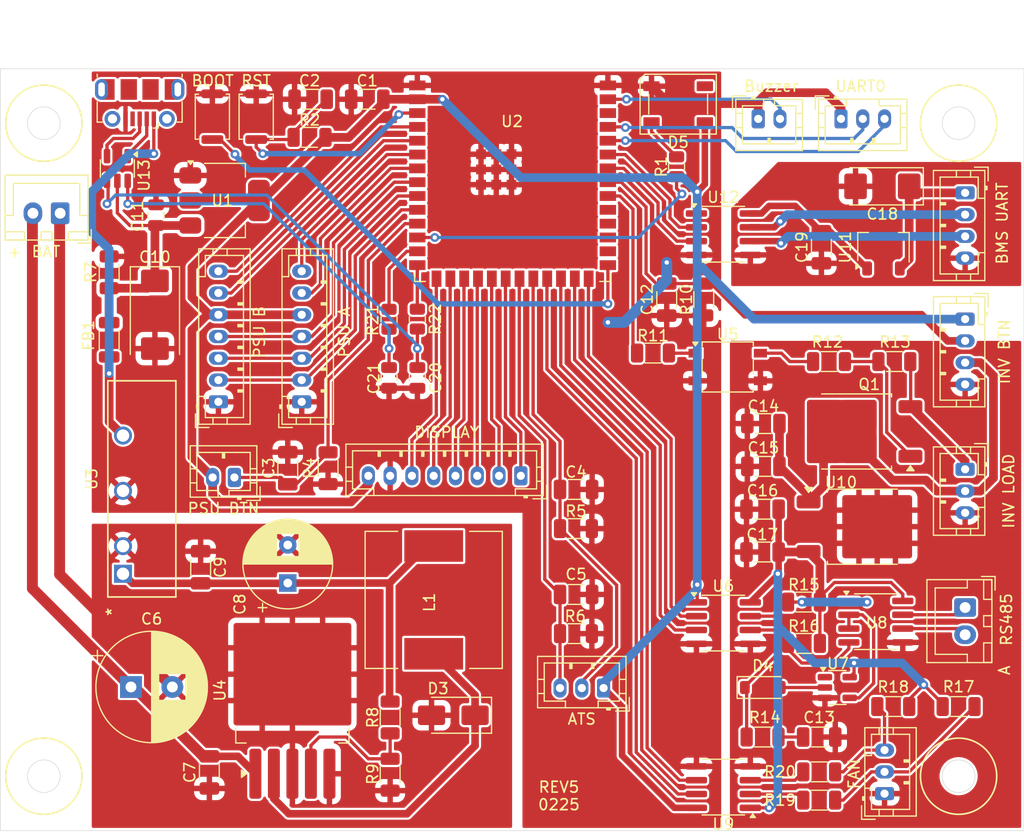
<source format=kicad_pcb>
(kicad_pcb (version 20241129) (generator "pcbnew") (generator_version "9.0")
  (layers (0 "F.Cu" signal) (2 "B.Cu" signal) (5 "F.SilkS" user "F.Silkscreen") (7 "B.SilkS" user "B.Silkscreen") (1 "F.Mask" user) (3 "B.Mask" user) (25 "Edge.Cuts" user))
  (net 0 "")
  (net 1 "GNDPWR")
  (net 2 "+12V")
  (net 3 "/Inverter/Inverter Load")
  (net 4 "GND-INV")
  (net 5 "+3.3V")
  (net 6 "+5V")
  (net 7 "GND-ESP")
  (net 8 "/Inverter/Inverter +5V")
  (net 9 "/PSU Power Gate")
  (net 10 "/Inverter Button")
  (net 11 "/AVR NO")
  (net 12 "/PSU Button")
  (net 13 "/BMS ESP TX")
  (net 14 "/BMS ESP RX")
  (net 15 "/Inverter Power Gate")
  (net 16 "/TFT SCK")
  (net 17 "/Inverter ESP RX")
  (net 18 "/Inverter ESP TX")
  (net 19 "/TFT LED")
  (net 20 "/TFT MOSI")
  (net 21 "/Buzzer")
  (net 22 "/BMS/BMS TX")
  (net 23 "GND-BMS")
  (net 24 "/BMS/BMS RX")
  (net 25 "/Inverter/Inverter Power Source")
  (net 26 "/BMS/BMS VCC")
  (net 27 "Net-(Q1-G)")
  (net 28 "/Inverter/INV FAN B TACH")
  (net 29 "BMS 5V")
  (net 30 "/PSU A TACHOMETER")
  (net 31 "/PSU A TX")
  (net 32 "/PSU B TACHOMETER")
  (net 33 "/PSU B TX")
  (net 34 "/Inverter/INV FAN A TACH")
  (net 35 "/PSU Current A")
  (net 36 "/PSU Current B")
  (net 37 "/AVR NC")
  (net 38 "/Inverter Fan B")
  (net 39 "/USB-D+")
  (net 40 "/USB-D-")
  (net 41 "/BOOT")
  (net 42 "/EN")
  (net 43 "/LED HEALTH")
  (net 44 "Net-(U3-+VIN)")
  (net 45 "Net-(D3-K)")
  (net 46 "Net-(D4-K)")
  (net 48 "Net-(J11-Pin_1)")
  (net 49 "Net-(J11-Pin_2)")
  (net 50 "Net-(U4-FB)")
  (net 51 "Net-(R11-Pad2)")
  (net 52 "Net-(R12-Pad1)")
  (net 53 "Net-(U6-VIA)")
  (net 54 "Net-(U9-VIA)")
  (net 55 "Net-(U9-VIB)")
  (net 57 "/TFT CS")
  (net 58 "/TXDO")
  (net 59 "Net-(D4-A)")
  (net 62 "/TFT DC")
  (net 64 "Net-(U8-DE)")
  (net 65 "/RXDO")
  (net 66 "/TFT RST")
  (net 67 "/Inverter Fan A")
  (net 68 "Net-(C20-Pad1)")
  (net 69 "Net-(C21-Pad1)")
  (net 78 "/ESP-USB-D-")
  (net 79 "/ESP-USB-D+")
  (net 81 "Net-(D5-DIN)")
  (net 82 "unconnected-(U2-GPIO38{slash}FSPIWP{slash}SUBSPIWP-Pad31)")
  (net 83 "+5VU")
  (footprint "Package_SO:SO-4_4.4x4.3mm_P2.54mm" (layer "F.Cu") (at 162.8 79)
    (property "Reference" "U5")
    (property "Value" "EL357N")
  )
  (footprint "Resistor_SMD:R_1206_3216Metric" (layer "F.Cu") (at 169.8 104.4 180)
    (property "Reference" "R16")
    (property "Value" "4.7k")
  )
  (footprint "Package_SO:SOIC-8_3.9x4.9mm_P1.27mm" (layer "F.Cu") (at 162.4 102.53)
    (property "Reference" "U6")
    (property "Value" "ADuM1201BR")
  )
  (footprint "Connector_JST:JST_PH_B4B-PH-K_1x04_P2.00mm_Vertical" (layer "F.Cu") (at 184.6 63 -90)
    (property "Reference" "J13" (hide yes))
    (property "Value" "BMS UART")
  )
  (footprint "Package_TO_SOT_SMD:TO-263-5_TabPin3" (layer "F.Cu") (at 122.825 108.725 90)
    (property "Reference" "U4")
    (property "Value" "LM2596S-ADJ")
  )
  (footprint "Capacitor_THT:CP_Radial_D10.0mm_P3.80mm" (layer "F.Cu") (at 108 108.4)
    (property "Reference" "C6")
    (property "Value" "470uF 50V")
  )
  (footprint "Connector_JST:JST_PH_B3B-PH-K_1x03_P2.00mm_Vertical" (layer "F.Cu") (at 151.4 108.5 180)
    (property "Reference" "J3" (hide yes))
    (property "Value" "ATS")
  )
  (footprint "Capacitor_SMD:C_0805_2012Metric" (layer "F.Cu") (at 110.3 65.05 90)
    (property "Reference" "C11")
    (property "Value" "100nF")
  )
  (footprint "LED_SMD:LED_WS2812B_PLCC4_5.0x5.0mm_P3.2mm" (layer "F.Cu") (at 158.25 54.85 180)
    (property "Reference" "D5")
    (property "Value" "WS2812B")
  )
  (footprint "Connector_JST:JST_PH_B4B-PH-K_1x04_P2.00mm_Vertical" (layer "F.Cu") (at 184.6 74.6 -90)
    (property "Reference" "J9" (hide yes))
    (property "Value" "INV BTN")
  )
  (footprint "Inductor_SMD:L_12x12mm_H6mm" (layer "F.Cu") (at 135.8 100.4 90)
    (property "Reference" "L1")
    (property "Value" "47uH")
  )
  (footprint "Connector_JST:JST_XH_B2B-XH-A_1x02_P2.50mm_Vertical" (layer "F.Cu") (at 101.5 64.875 180)
    (property "Reference" "J8" (hide yes))
    (property "Value" "BAT")
  )
  (footprint "Button_Switch_SMD:SW_Push_SPST_NO_Alps_SKRK" (layer "F.Cu") (at 115.475 56 90)
    (property "Reference" "SW2" (hide yes))
    (property "Value" "BOOT")
  )
  (footprint "Package_TO_SOT_SMD:SOT-89-3" (layer "F.Cu") (at 177.1 68 90)
    (property "Reference" "U11")
    (property "Value" "L7805")
  )
  (footprint "Package_TO_SOT_SMD:SOT-23-6" (layer "F.Cu") (at 106.75 60.7625 -90)
    (property "Reference" "U13")
    (property "Value" "USBLC6-2SC6")
  )
  (footprint "Resistor_SMD:R_1206_3216Metric" (layer "F.Cu") (at 184 110.2)
    (property "Reference" "R17")
    (property "Value" "4.7k")
  )
  (footprint "Capacitor_SMD:C_1206_3216Metric" (layer "F.Cu") (at 129.7 54.4 180)
    (property "Reference" "C1")
    (property "Value" "10uF")
  )
  (footprint "Capacitor_SMD:C_1206_3216Metric" (layer "F.Cu") (at 166.075 88.133333 180)
    (property "Reference" "C15")
    (property "Value" "10uF")
  )
  (footprint "Resistor_SMD:R_1206_3216Metric" (layer "F.Cu") (at 131.8 111.2 90)
    (property "Reference" "R8")
    (property "Value" "10k")
  )
  (footprint "Resistor_SMD:R_0805_2012Metric" (layer "F.Cu") (at 131.7 74.6125 -90)
    (property "Reference" "R21")
    (property "Value" "22R")
  )
  (footprint "Connector_JST:JST_PH_B8B-PH-K_1x08_P2.00mm_Vertical" (layer "F.Cu") (at 143.8 89 180)
    (property "Reference" "J4" (hide yes))
    (property "Value" "DISPLAY")
  )
  (footprint "Capacitor_SMD:C_1206_3216Metric" (layer "F.Cu") (at 122.4 88.3 90)
    (property "Reference" "C3")
    (property "Value" "100nF")
  )
  (footprint "Resistor_SMD:R_1206_3216Metric" (layer "F.Cu") (at 155.9375 77.72)
    (property "Reference" "R11")
    (property "Value" "200R")
  )
  (footprint "Resistor_SMD:R_1206_3216Metric" (layer "F.Cu") (at 178.1 78.5)
    (property "Reference" "R13")
    (property "Value" "10k")
  )
  (footprint "Diode_SMD:D_SOD-123" (layer "F.Cu") (at 166.0225 108.45)
    (property "Reference" "D4")
    (property "Value" "1N4148")
  )
  (footprint "Resistor_SMD:R_1206_3216Metric" (layer "F.Cu") (at 169.8 100.6 180)
    (property "Reference" "R15")
    (property "Value" "4.7k")
  )
  (footprint "Capacitor_SMD:C_1206_3216Metric" (layer "F.Cu") (at 124.5 54.4)
    (property "Reference" "C2")
    (property "Value" "10uF")
  )
  (footprint "Capacitor_SMD:C_1206_3216Metric" (layer "F.Cu") (at 115.2 116.25 -90)
    (property "Reference" "C7")
    (property "Value" "100nF")
  )
  (footprint "Capacitor_SMD:C_1206_3216Metric" (layer "F.Cu") (at 171.2 113 180)
    (property "Reference" "C13")
    (property "Value" "100pF")
  )
  (footprint "Resistor_SMD:R_1206_3216Metric" (layer "F.Cu") (at 148.8625 103.5 180)
    (property "Reference" "R6")
    (property "Value" "10k")
  )
  (footprint "Package_TO_SOT_SMD:SOT-223-3_TabPin2" (layer "F.Cu") (at 116.6 63.7)
    (property "Reference" "U1")
    (property "Value" "AMS1117-3.3")
  )
  (footprint "Capacitor_THT:CP_Radial_D8.0mm_P3.50mm" (layer "F.Cu") (at 122.4 98.852651 90)
    (property "Reference" "C8")
    (property "Value" "470uF 16V")
  )
  (footprint "Resistor_SMD:R_1206_3216Metric" (layer "F.Cu") (at 126.1 88.3 90)
    (property "Reference" "R4")
    (property "Value" "10k")
  )
  (footprint "Package_SO:SOIC-8_3.9x4.9mm_P1.27mm" (layer "F.Cu") (at 176.4 102.4)
    (property "Reference" "U8")
    (property "Value" "MAX485E")
  )
  (footprint "Capacitor_SMD:C_1206_3216Metric" (layer "F.Cu") (at 114.4 97.4 90)
    (property "Reference" "C9")
    (property "Value" "100nF")
  )
  (footprint "Resistor_SMD:R_1206_3216Metric" (layer "F.Cu") (at 148.8625 93.85 180)
    (property "Reference" "R5")
    (property "Value" "10k")
  )
  (footprint "Capacitor_SMD:C_1206_3216Metric" (layer "F.Cu") (at 166 92.066666 180)
    (property "Reference" "C16")
    (property "Value" "10uF")
  )
  (footprint "Capacitor_SMD:C_1206_3216Metric" (layer "F.Cu") (at 166.075 84.2 180)
    (property "Reference" "C14")
    (property "Value" "100nF")
  )
  (footprint "Capacitor_SMD:C_1206_3216Metric" (layer "F.Cu") (at 148.875 90.25)
    (property "Reference" "C4")
    (property "Value" "100nF")
  )
  (footprint "Capacitor_Tantalum_SMD:CP_EIA-7343-31_Kemet-D" (layer "F.Cu") (at 110.2 74.2 -90)
    (property "Reference" "C10")
    (property "Value" "100u 16V")
  )
  (footprint "Connector_JST:JST_PH_B3B-PH-K_1x03_P2.00mm_Vertical" (layer "F.Cu") (at 173.2 56.2)
    (property "Reference" "J14" (hide yes))
    (property "Value" "UART0")
  )
  (footprint "Connector_JST:JST_PH_B3B-PH-K_1x03_P2.00mm_Vertical" (layer "F.Cu") (at 184.6 88.4 -90)
    (property "Reference" "J10" (hide yes))
    (property "Value" "INV LOAD")
  )
  (footprint "PCM_Espressif:ESP32-S3-WROOM-1" (layer "F.Cu") (at 143.045 61.39)
    (property "Reference" "U2")
    (property "Value" "ESP32-S3-WROOM-1")
  )
  (footprint "Connector_JST:JST_PH_B7B-PH-K_1x07_P2.00mm_Vertical" (layer "F.Cu") (at 123.6825 82.2 90)
    (property "Reference" "J6" (hide yes))
    (property "Value" "PSU A")
  )
  (footprint "Package_SO:SOIC-8_3.9x4.9mm_P1.27mm" (layer "F.Cu") (at 162.4 66.8)
    (property "Reference" "U12")
    (property "Value" "ADuM1201BR")
  )
  (footprint "Resistor_SMD:R_1206_3216Metric" (layer "F.Cu") (at 171.2 116.2)
    (property "Reference" "R20")
    (property "Value" "200R")
  )
  (footprint "Package_TO_SOT_SMD:TO-252-2" (layer "F.Cu") (at 174.535 84.925 180)
    (property "Reference" "Q1")
    (property "Value" "PMOS IPD042P03L3")
  )
  (footprint "trypillia:B0505S" (layer "F.Cu") (at 107.27 98 90)
    (property "Reference" "U3")
    (property "Value" "B0505S")
  )
  (footprint "Resistor_SMD:R_0805_2012Metric" (layer "F.Cu") (at 134.3 74.6 -90)
    (property "Reference" "R22")
    (property "Value" "22R")
  )
  (footprint "Capacitor_SMD:C_0805_2012Metric" (layer "F.Cu") (at 134.3 80 -90)
    (property "Reference" "C20")
    (property "Value" "20pF")
  )
  (footprint "Resistor_SMD:R_1206_3216Metric" (layer "F.Cu") (at 178 110.2 180)
    (property "Reference" "R18")
    (property "Value" "4.7k")
  )
  (footprint "Connector_JST:JST_PH_B7B-PH-K_1x07_P2.00mm_Vertical" (layer "F.Cu") (at 116.0325 82.2 90)
    (property "Reference" "J7" (hide yes))
    (property "Value" "PSU B")
  )
  (footprint "Connector_JST:JST_PH_B2B-PH-K_1x02_P2.00mm_Vertical" (layer "F.Cu") (at 165.6 56.2)
    (property "Reference" "J5" (hide yes))
    (property "Value" "Buzzer")
  )
  (footprint "Capacitor_Tantalum_SMD:CP_EIA-6032-28_Kemet-C" (layer "F.Cu") (at 177 62.4 180)
    (property "Reference" "C18")
    (property "Value" "4.7uF 35V")
  )
  (footprint "Connector_USB:USB_Micro-B_Molex-105017-0001" (layer "F.Cu") (at 108.8 54.7375 180)
    (property "Reference" "J2" (hide yes))
    (property "Value" "USB" (hide yes))
  )
  (footprint "Capacitor_SMD:C_1206_3216Metric" (layer "F.Cu") (at 157.2 72.8 -90)
    (property "Reference" "C12")
    (property "Value" "100nF")
  )
  (footprint "Package_TO_SOT_SMD:SOT-23-5" (layer "F.Cu") (at 172.8625 108.45)
    (property "Reference" "U7")
    (property "Value" "74LVC1G04")
  )
  (footprint "Connector_JST:JST_XH_B2B-XH-A_1x02_P2.50mm_Vertical" (layer "F.Cu") (at 184.6 101.1 -90)
    (property "Reference" "J11" (hide yes))
    (property "Value" "RS485")
  )
  (footprint "Resistor_SMD:R_1206_3216Metric" (layer "F.Cu") (at 171.2 118.8)
    (property "Reference" "R19")
    (property "Value" "200R")
  )
  (footprint "Resistor_SMD:R_1206_3216Metric" (layer "F.Cu") (at 106 70.3 -90)
    (property "Reference" "R7")
    (property "Value" "200R")
  )
  (footprint "Resistor_SMD:R_1206_3216Metric" (layer "F.Cu") (at 172.1 78.5)
    (property "Reference" "R12")
    (property "Value" "1k")
  )
  (footprint "Resistor_SMD:R_1206_3216Metric" (layer "F.Cu") (at 160.6 72.8 90)
    (property "Reference" "R10")
    (property "Value" "10k")
  )
  (footprint "Capacitor_SMD:C_0805_2012Metric" (layer "F.Cu") (at 131.7 80 -90)
    (property "Reference" "C21")
    (property "Value" "20pF")
  )
  (footprint "Resistor_SMD:R_1206_3216Metric" (layer "F.Cu") (at 166 113)
    (property "Reference" "R14")
    (property "Value" "56k")
  )
  (footprint "Connector_JST:JST_PH_B2B-PH-K_1x02_P2.00mm_Vertical" (layer "F.Cu") (at 117.5 89.15 180)
    (property "Reference" "J1" (hide yes))
    (property "Value" "PSU BTN")
  )
  (footprint "Resistor_SMD:R_1206_3216Metric" (layer "F.Cu") (at 124.4 57.9)
    (property "Reference" "R2")
    (property "Value" "10k")
  )
  (footprint "Button_Switch_SMD:SW_Push_SPST_NO_Alps_SKRK" (layer "F.Cu") (at 119.5 56 90)
    (property "Reference" "SW1" (hide yes))
    (property "Value" "RST")
  )
  (footprint "Capacitor_SMD:C_1206_3216Metric" (layer "F.Cu") (at 148.875 99.9)
    (property "Reference" "C5")
    (property "Value" "100nF")
  )
  (footprint "Capacitor_SMD:C_1206_3216Metric" (layer "F.Cu") (at 171.4 68 -90)
    (property "Reference" "C19")
    (property "Value" "10uF")
  )
  (footprint "Inductor_SMD:L_1206_3216Metric" (layer "F.Cu") (at 106 76.5 90)
    (property "Reference" "FB1")
    (property "Value" "FerriteBead_Small")
  )
  (footprint "Package_TO_SOT_SMD:TO-252-2" (layer "F.Cu") (at 175.265 93.675)
    (property "Reference" "U10")
    (property "Value" "L7805")
  )
  (footprint "Package_SO:SOIC-8_3.9x4.9mm_P1.27mm" (layer "F.Cu") (at 162.4 117.6 180)
    (property "Reference" "U9")
    (property "Value" "ADuM1200BR")
  )
  (footprint "Connector_JST:JST_PH_B3B-PH-K_1x03_P2.00mm_Vertical" (layer "F.Cu") (at 177.2 118.2 90)
    (property "Reference" "J12" (hide yes))
    (property "Value" "FAN")
  )
  (footprint "Resistor_SMD:R_1206_3216Metric" (layer "F.Cu") (at 131.8 116.4625 90)
    (property "Reference" "R9")
    (property "Value" "3.3k")
  )
  (footprint "Resistor_SMD:R_0805_2012Metric" (layer "F.Cu") (at 158.1 60.6 -90)
    (property "Reference" "R1")
    (property "Value" "47R")
  )
  (footprint "Capacitor_SMD:C_1206_3216Metric" (layer "F.Cu") (at 166 96 180)
    (property "Reference" "C17")
    (property "Value" "100nF")
  )
  (footprint "Diode_SMD:D_SMA" (layer "F.Cu") (at 137.6 111 180)
    (property "Reference" "D3")
    (property "Value" "1N5822")
  )
  (gr_circle (center 184 56.6) (end 187.5 56.6) (stroke (width 0.15)) (fill no) (layer "F.SilkS"))
  (gr_circle (center 100 56.6) (end 103.5 56.6) (stroke (width 0.15)) (fill no) (layer "F.SilkS"))
  (gr_circle (center 184 116.6) (end 187.5 116.6) (stroke (width 0.15)) (fill no) (layer "F.SilkS"))
  (gr_circle (center 100 116.6) (end 103.5 116.6) (stroke (width 0.15)) (fill no) (layer "F.SilkS"))
  (gr_circle (center 184 116.6) (end 185.5 116.6) (stroke (width 0.05)) (fill no) (layer "Edge.Cuts"))
  (gr_rect (start 96 51.6) (end 190 121.6) (stroke (width 0.05)) (fill no) (layer "Edge.Cuts"))
  (gr_circle (center 100 116.6) (end 101.5 116.6) (stroke (width 0.05)) (fill no) (layer "Edge.Cuts"))
  (gr_circle (center 100 56.6) (end 101.5 56.6) (stroke (width 0.05)) (fill no) (layer "Edge.Cuts"))
  (gr_circle (center 184 56.6) (end 185.5 56.6) (stroke (width 0.05)) (fill no) (layer "Edge.Cuts"))
  (gr_text "A" (at 188.8 107.4 90) (layer "F.SilkS") (effects (font (size 1 1)) (justify left bottom)))
  (gr_text "REV5\n0225" (at 147.3 119.8 0) (layer "F.SilkS") (effects (font (size 1 1)) (justify bottom)))
  (gr_text "+" (at 96.6 69 0) (layer "F.SilkS") (effects (font (size 1 1)) (justify left bottom)))
  (segment (start 101.5 64.875) (end 101.45 64.925) (width 1) (layer "F.Cu") (net 1))
  (segment (start 101.45 98.05) (end 111.8 108.4) (width 1) (layer "F.Cu") (net 1))
  (segment (start 101.45 64.925) (end 101.45 98.05) (width 1) (layer "F.Cu") (net 1))
  (segment (start 111.8 108.4) (end 112 108.4) (width 0.7) (layer "F.Cu") (net 1))
  (segment (start 108.675 108.8) (end 114.65 114.775) (width 1) (layer "F.Cu") (net 2))
  (segment (start 117.825 114.775) (end 119.425 116.375) (width 0.7) (layer "F.Cu") (net 2))
  (segment (start 108.4 108.8) (end 108.675 108.8) (width 0.7) (layer "F.Cu") (net 2))
  (segment (start 99 64.875) (end 98.95 64.925) (width 1) (layer "F.Cu") (net 2))
  (segment (start 98.95 64.925) (end 98.95 99.35) (width 1) (layer "F.Cu") (net 2))
  (segment (start 114.65 114.775) (end 115.2 114.775) (width 1) (layer "F.Cu") (net 2))
  (segment (start 108 108.4) (end 108.4 108.8) (width 0.7) (layer "F.Cu") (net 2))
  (segment (start 98.95 99.35) (end 108 108.4) (width 1) (layer "F.Cu") (net 2))
  (segment (start 115.2 114.775) (end 117.825 114.775) (width 0.7) (layer "F.Cu") (net 2))
  (segment (start 184.6 78.6) (end 186 78.6) (width 0.8) (layer "F.Cu") (net 3))
  (segment (start 187.2 79.8) (end 187.2 89.2) (width 0.8) (layer "F.Cu") (net 3))
  (segment (start 186 78.6) (end 187.2 79.8) (width 0.8) (layer "F.Cu") (net 3))
  (segment (start 170.175 90.758333) (end 170.175 91.395) (width 0.3) (layer "F.Cu") (net 3))
  (segment (start 167.55 84.2) (end 167.55 88.133333) (width 0.8) (layer "F.Cu") (net 3))
  (segment (start 184.6 90.4) (end 182 90.4) (width 0.8) (layer "F.Cu") (net 3))
  (segment (start 186 90.4) (end 184.6 90.4) (width 0.8) (layer "F.Cu") (net 3))
  (segment (start 181 89.4) (end 177.93 89.4) (width 0.8) (layer "F.Cu") (net 3))
  (segment (start 177.93 89.4) (end 174.975 86.445) (width 0.8) (layer "F.Cu") (net 3))
  (segment (start 171.625 86.445) (end 171.6 86.47) (width 0.8) (layer "F.Cu") (net 3))
  (segment (start 187.2 89.2) (end 186 90.4) (width 0.8) (layer "F.Cu") (net 3))
  (segment (start 171.6 86.47) (end 171.6 89.97) (width 0.8) (layer "F.Cu") (net 3))
  (segment (start 182 90.4) (end 181 89.4) (width 0.8) (layer "F.Cu") (net 3))
  (segment (start 171.6 89.97) (end 170.175 91.395) (width 0.8) (layer "F.Cu") (net 3))
  (segment (start 167.55 88.133333) (end 170.175 90.758333) (width 0.8) (layer "F.Cu") (net 3))
  (segment (start 160 100.55) (end 159.925 100.625) (width 0.3) (layer "F.Cu") (net 5))
  (segment (start 116.0325 74.2) (end 115 74.2) (width 0.8) (layer "F.Cu") (net 5))
  (segment (start 157.905 119.505) (end 159.925 119.505) (width 0.6) (layer "F.Cu") (net 5))
  (segment (start 128.2 91.4) (end 129.8 89.8) (width 0.8) (layer "F.Cu") (net 5))
  (segment (start 160 62.9) (end 160.7 62.2) (width 0.6) (layer "F.Cu") (net 5))
  (segment (start 115.2 74.2) (end 113.6 72.6) (width 0.8) (layer "F.Cu") (net 5))
  (segment (start 129.8 89.8) (end 129.8 89) (width 0.8) (layer "F.Cu") (net 5))
  (segment (start 116.0325 74.2) (end 123.6825 74.2) (width 0.8) (layer "F.Cu") (net 5))
  (segment (start 115 74.2) (end 113.6 75.6) (width 0.8) (layer "F.Cu") (net 5))
  (segment (start 125.8625 57.9) (end 128 57.9) (width 0.8) (layer "F.Cu") (net 5))
  (segment (start 113.6 75.6) (end 113.6 87.25) (width 0.8) (layer "F.Cu") (net 5))
  (segment (start 128 57.9) (end 131.175 54.725) (width 0.8) (layer "F.Cu") (net 5))
  (segment (start 131.175 54.4) (end 134.295 54.4) (width 0.8) (layer "F.Cu") (net 5))
  (segment (start 113.6 87.25) (end 115.5 89.15) (width 0.8) (layer "F.Cu") (net 5))
  (segment (start 153.1 110.2) (end 153.1 114.7) (width 0.6) (layer "F.Cu") (net 5))
  (segment (start 160 62.9) (end 159.925 62.975) (width 0.6) (layer "F.Cu") (net 5))
  (segment (start 153.1 114.7) (end 157.905 119.505) (width 0.6) (layer "F.Cu") (net 5))
  (segment (start 131.175 54.725) (end 131.175 54.4) (width 0.8) (layer "F.Cu") (net 5))
  (segment (start 160 99) (end 160 100.55) (width 0.3) (layer "F.Cu") (net 5))
  (segment (start 113.6 69.85) (end 119.75 63.7) (width 0.8) (layer "F.Cu") (net 5))
  (segment (start 116.0325 74.2) (end 115.2 74.2) (width 0.8) (layer "F.Cu") (net 5))
  (segment (start 116.2 91.4) (end 128.2 91.4) (width 0.8) (layer "F.Cu") (net 5))
  (segment (start 113.6 72.6) (end 113.6 69.85) (width 0.8) (layer "F.Cu") (net 5))
  (segment (start 159.925 62.975) (end 159.925 64.895) (width 0.6) (layer "F.Cu") (net 5))
  (segment (start 120.0625 63.7) (end 125.8625 57.9) (width 0.8) (layer "F.Cu") (net 5))
  (segment (start 160.7 62.2) (end 160.7 56.5) (width 0.6) (layer "F.Cu") (net 5))
  (segment (start 115.5 90.7) (end 116.2 91.4) (width 0.8) (layer "F.Cu") (net 5))
  (segment (start 113.45 63.7) (end 119.75 63.7) (width 0.8) (layer "F.Cu") (net 5))
  (segment (start 134.295 54.4) (end 136.6 54.4) (width 0.8) (layer "F.Cu") (net 5))
  (segment (start 119.75 63.7) (end 120.0625 63.7) (width 0.8) (layer "F.Cu") (net 5))
  (segment (start 151.4 108.5) (end 153.1 110.2) (width 0.6) (layer "F.Cu") (net 5))
  (segment (start 115.5 89.15) (end 115.5 90.7) (width 0.8) (layer "F.Cu") (net 5))
  (via (at 160 99) (size 0.8) (drill 0.4) (layers "F.Cu" "B.Cu") (net 5))
  (via (at 160 62.9) (size 0.8) (drill 0.4) (layers "F.Cu" "B.Cu") (net 5))
  (via (at 136.6 54.4) (size 0.8) (drill 0.4) (layers "F.Cu" "B.Cu") (net 5))
  (segment (start 160 69.4) (end 160 64.4) (width 0.8) (layer "B.Cu") (net 5))
  (segment (start 160 99.4) (end 151.4 108) (width 0.8) (layer "B.Cu") (net 5))
  (segment (start 158.7 61.6) (end 143.8 61.6) (width 0.8) (layer "B.Cu") (net 5))
  (segment (start 160 62.9) (end 158.7 61.6) (width 0.8) (layer "B.Cu") (net 5))
  (segment (start 143.8 61.6) (end 136.6 54.4) (width 0.8) (layer "B.Cu") (net 5))
  (segment (start 160 99) (end 160 99.4) (width 0.8) (layer "B.Cu") (net 5))
  (segment (start 160 62.9) (end 160 64.4) (width 0.8) (layer "B.Cu") (net 5))
  (segment (start 151.4 108) (end 151.4 108.5) (width 0.8) (layer "B.Cu") (net 5))
  (segment (start 160 64.4) (end 160 99) (width 0.8) (layer "B.Cu") (net 5))
  (segment (start 184.6 74.6) (end 165.2 74.6) (width 0.8) (layer "B.Cu") (net 5))
  (segment (start 165.2 74.6) (end 160 69.4) (width 0.8) (layer "B.Cu") (net 5))
  (segment (start 109.525 71.7625) (end 110.2 71.0875) (width 0.8) (layer "F.Cu") (net 6))
  (segment (start 110.2 66.1) (end 110.3 66) (width 0.8) (layer "F.Cu") (net 6))
  (segment (start 110.2 71.0875) (end 110.2 66.1) (width 0.8) (layer "F.Cu") (net 6))
  (segment (start 106 73.4) (end 106 71.7625) (width 0.8) (layer "F.Cu") (net 6))
  (segment (start 106.75 61.9) (end 106.75 64.85) (width 0.3) (layer "F.Cu") (net 6))
  (segment (start 106 74.925) (end 106 73.4) (width 0.8) (layer "F.Cu") (net 6))
  (segment (start 106.75 64.85) (end 107.9 66) (width 0.3) (layer "F.Cu") (net 6))
  (segment (start 106 71.7625) (end 109.525 71.7625) (width 0.8) (layer "F.Cu") (net 6))
  (segment (start 107.9 66) (end 110.3 66) (width 0.3) (layer "F.Cu") (net 6))
  (segment (start 113.45 66) (end 110.3 66) (width 0.8) (layer "F.Cu") (net 6))
  (segment (start 126.0875 89.775) (end 126.1 89.7625) (width 0.3) (layer "F.Cu") (net 7))
  (segment (start 155.8 53.2) (end 157.4 54.8) (width 0.8) (layer "F.Cu") (net 7))
  (segment (start 166.4 53.8) (end 171.8 53.8) (width 0.8) (layer "F.Cu") (net 7))
  (segment (start 126.4875 89.675) (end 126.5 89.6625) (width 0.3) (layer "F.Cu") (net 7))
  (segment (start 165.4 54.8) (end 165.6 54.6) (width 0.8) (layer "F.Cu") (net 7))
  (segment (start 126.6625 89.6625) (end 126.5 89.6625) (width 0.3) (layer "F.Cu") (net 7))
  (segment (start 173.2 55.2) (end 173.2 56.2) (width 0.8) (layer "F.Cu") (net 7))
  (segment (start 165.6 54.6) (end 166.4 53.8) (width 0.8) (layer "F.Cu") (net 7))
  (segment (start 171.8 53.8) (end 173.2 55.2) (width 0.8) (layer "F.Cu") (net 7))
  (segment (start 165.6 56.2) (end 165.6 54.6) (width 0.8) (layer "F.Cu") (net 7))
  (segment (start 157.4 54.8) (end 165.4 54.8) (width 0.8) (layer "F.Cu") (net 7))
  (via (at 151.8 74.9) (size 0.8) (drill 0.4) (layers "F.Cu" "B.Cu") (net 7))
  (via (at 157.2 69.4) (size 0.8) (drill 0.4) (layers "F.Cu" "B.Cu") (net 7))
  (segment (start 153.3 74.9) (end 157.2 71) (width 1) (layer "B.Cu") (net 7))
  (segment (start 151.8 74.9) (end 153.3 74.9) (width 1) (layer "B.Cu") (net 7))
  (segment (start 157.2 71) (end 157.2 69.4) (width 1) (layer "B.Cu") (net 7))
  (segment (start 167.475 97.925) (end 167.475 96) (width 0.6) (layer "F.Cu") (net 8))
  (segment (start 179.4625 109.5375) (end 180.8 108.2) (width 0.3) (layer "F.Cu") (net 8))
  (segment (start 182.5375 110.2) (end 182.5375 109.9375) (width 0.3) (layer "F.Cu") (net 8))
  (segment (start 171.2625 100.6) (end 171.2625 100.1375) (width 0.3) (layer "F.Cu") (net 8))
  (segment (start 171.2625 104.4) (end 171.2625 100.6) (width 0.3) (layer "F.Cu") (net 8))
  (segment (start 166.6 119.505) (end 164.875 119.505) (width 0.3) (layer "F.Cu") (net 8))
  (segment (start 167.475 96) (end 167.475 92.066666) (width 0.6) (layer "F.Cu") (net 8))
  (segment (start 179.4625 110.2) (end 179.4625 109.5375) (width 0.3) (layer "F.Cu") (net 8))
  (segment (start 178.875 99.875) (end 178.875 100.495) (width 0.3) (layer "F.Cu") (net 8))
  (segment (start 174.4 107.1) (end 174 107.5) (width 0.3) (layer "F.Cu") (net 8))
  (segment (start 172.6 98.8) (end 177.8 98.8) (width 0.3) (layer "F.Cu") (net 8))
  (segment (start 170.13 96) (end 170.175 95.955) (width 0.3) (layer "F.Cu") (net 8))
  (segment (start 167.4 98) (end 167.475 97.925) (width 0.3) (layer "F.Cu") (net 8))
  (segment (start 171.2625 100.1375) (end 172.6 98.8) (width 0.3) (layer "F.Cu") (net 8))
  (segment (start 174.4 106.2) (end 174.4 107.1) (width 0.3) (layer "F.Cu") (net 8))
  (segment (start 167.475 96) (end 170.13 96) (width 0.8) (layer "F.Cu") (net 8))
  (segment (start 171.2625 97.0425) (end 170.175 95.955) (width 0.8) (layer "F.Cu") (net 8))
  (segment (start 177.8 98.8) (end 178.875 99.875) (width 0.3) (layer "F.Cu") (net 8))
  (segment (start 167.4 98) (end 167.4 98.1) (width 0.3) (layer "F.Cu") (net 8))
  (segment (start 182.5375 109.9375) (end 180.8 108.2) (width 0.3) (layer "F.Cu") (net 8))
  (segment (start 171.2625 100.6) (end 171.2625 97.0425) (width 0.8) (layer "F.Cu") (net 8))
  (segment (start 167.4 98.1) (end 164.875 100.625) (width 0.6) (layer "F.Cu") (net 8))
  (via (at 180.8 108.2) (size 0.8) (drill 0.4) (layers "F.Cu" "B.Cu") (net 8))
  (via (at 167.4 98) (size 0.8) (drill 0.4) (layers "F.Cu" "B.Cu") (net 8))
  (via (at 166.6 119.505) (size 0.8) (drill 0.4) (layers "F.Cu" "B.Cu") (net 8))
  (via (at 174.4 106.2) (size 0.8) (drill 0.4) (layers "F.Cu" "B.Cu") (net 8))
  (segment (start 178.8 106.2) (end 180.8 108.2) (width 0.8) (layer "B.Cu") (net 8))
  (segment (start 167.4 102.8) (end 167.4 98) (width 0.8) (layer "B.Cu") (net 8))
  (segment (start 167.4 118.705) (end 167.4 98) (width 0.8) (layer "B.Cu") (net 8))
  (segment (start 166.6 119.505) (end 167.4 118.705) (width 0.8) (layer "B.Cu") (net 8))
  (segment (start 174.4 106.2) (end 170.8 106.2) (width 0.8) (layer "B.Cu") (net 8))
  (segment (start 170.8 106.2) (end 167.4 102.8) (width 0.8) (layer "B.Cu") (net 8))
  (segment (start 174.4 106.2) (end 178.8 106.2) (width 0.8) (layer "B.Cu") (net 8))
  (segment (start 126.6 67.6) (end 132.18 62.02) (width 0.3) (layer "F.Cu") (net 9))
  (segment (start 116.0325 76.2) (end 123.6825 76.2) (width 0.3) (layer "F.Cu") (net 9))
  (segment (start 123.6825 76.2) (end 124.6 76.2) (width 0.3) (layer "F.Cu") (net 9))
  (segment (start 126.6 74.2) (end 126.6 67.6) (width 0.3) (layer "F.Cu") (net 9))
  (segment (start 124.6 76.2) (end 126.6 74.2) (width 0.3) (layer "F.Cu") (net 9))
  (segment (start 132.18 62.02) (end 134.295 62.02) (width 0.3) (layer "F.Cu") (net 9))
  (segment (start 155.3 70.4) (end 156.225 71.325) (width 0.3) (layer "F.Cu") (net 10))
  (segment (start 157.2 71.325) (end 157.675 71.325) (width 0.3) (layer "F.Cu") (net 10))
  (segment (start 156.225 71.325) (end 157.2 71.325) (width 0.3) (layer "F.Cu") (net 10))
  (segment (start 157.675 71.325) (end 157.6875 71.3375) (width 0.3) (layer "F.Cu") (net 10))
  (segment (start 164.4 74.2) (end 180.6 74.2) (width 0.7) (layer "F.Cu") (net 10))
  (segment (start 157.6875 71.3375) (end 160.6 71.3375) (width 0.3) (layer "F.Cu") (net 10))
  (segment (start 153.02 62.02) (end 155.3 64.3) (width 0.3) (layer "F.Cu") (net 10))
  (segment (start 183 76.6) (end 184.6 76.6) (width 0.7) (layer "F.Cu") (net 10))
  (segment (start 155.3 64.3) (end 155.3 70.4) (width 0.3) (layer "F.Cu") (net 10))
  (segment (start 180.6 74.2) (end 183 76.6) (width 0.7) (layer "F.Cu") (net 10))
  (segment (start 160.6 71.3375) (end 161.5375 71.3375) (width 0.7) (layer "F.Cu") (net 10))
  (segment (start 151.795 62.02) (end 153.02 62.02) (width 0.3) (layer "F.Cu") (net 10))
  (segment (start 161.5375 71.3375) (end 164.4 74.2) (width 0.7) (layer "F.Cu") (net 10))
  (segment (start 147.4 93.85) (end 147.4 90.25) (width 0.3) (layer "F.Cu") (net 11))
  (segment (start 152.6 99.05) (end 152.6 104.7) (width 0.3) (layer "F.Cu") (net 11))
  (segment (start 152.6 104.7) (end 149.4 107.9) (width 0.3) (layer "F.Cu") (net 11))
  (segment (start 144.93 70.91) (end 144.93 83.351652) (width 0.3) (layer "F.Cu") (net 11))
  (segment (start 147.4 93.85) (end 152.6 99.05) (width 0.3) (layer "F.Cu") (net 11))
  (segment (start 149.4 107.9) (end 149.4 108.5) (width 0.3) (layer "F.Cu") (net 11))
  (segment (start 144.93 83.351652) (end 147.4 85.821652) (width 0.3) (layer "F.Cu") (net 11))
  (segment (start 147.4 85.821652) (end 147.4 90.25) (width 0.3) (layer "F.Cu") (net 11))
  (segment (start 144.95 70.89) (end 144.93 70.91) (width 0.3) (layer "F.Cu") (net 11))
  (segment (start 126.1 86.8375) (end 126.1 80.2) (width 0.3) (layer "F.Cu") (net 12))
  (segment (start 133.17 65.83) (end 134.295 65.83) (width 0.3) (layer "F.Cu") (net 12))
  (segment (start 126.1 80.2) (end 129.8 76.5) (width 0.3) (layer "F.Cu") (net 12))
  (segment (start 122.4 89.775) (end 123.1625 89.775) (width 0.3) (layer "F.Cu") (net 12))
  (segment (start 123.1625 89.775) (end 126.1 86.8375) (width 0.3) (layer "F.Cu") (net 12))
  (segment (start 121.775 89.15) (end 122.4 89.775) (width 0.3) (layer "F.Cu") (net 12))
  (segment (start 129.8 76.5) (end 129.8 69.2) (width 0.3) (layer "F.Cu") (net 12))
  (segment (start 129.8 69.2) (end 133.17 65.83) (width 0.3) (layer "F.Cu") (net 12))
  (segment (start 117.5 89.15) (end 121.775 89.15) (width 0.3) (layer "F.Cu") (net 12))
  (segment (start 156.4 63.9) (end 156.4 65.7) (width 0.3) (layer "F.Cu") (net 13))
  (segment (start 158.135 67.435) (end 159.925 67.435) (width 0.3) (layer "F.Cu") (net 13))
  (segment (start 153.25 60.75) (end 156.4 63.9) (width 0.3) (layer "F.Cu") (net 13))
  (segment (start 156.4 65.7) (end 158.135 67.435) (width 0.3) (layer "F.Cu") (net 13))
  (segment (start 151.795 60.75) (end 153.25 60.75) (width 0.3) (layer "F.Cu") (net 13))
  (segment (start 151.795 59.48) (end 153.38 59.48) (width 0.3) (layer "F.Cu") (net 14))
  (segment (start 158.365 66.165) (end 159.925 66.165) (width 0.3) (layer "F.Cu") (net 14))
  (segment (start 157.5 63.6) (end 157.5 65.3) (width 0.3) (layer "F.Cu") (net 14))
  (segment (start 157.5 65.3) (end 158.365 66.165) (width 0.3) (layer "F.Cu") (net 14))
  (segment (start 153.38 59.48) (end 157.5 63.6) (width 0.3) (layer "F.Cu") (net 14))
  (segment (start 154.1 64.5) (end 154.1 77.345) (width 0.3) (layer "F.Cu") (net 15))
  (segment (start 151.795 63.29) (end 152.89 63.29) (width 0.3) (layer "F.Cu") (net 15))
  (segment (start 154.1 77.345) (end 154.475 77.72) (width 0.3) (layer "F.Cu") (net 15))
  (segment (start 152.89 63.29) (end 154.1 64.5) (width 0.3) (layer "F.Cu") (net 15))
  (segment (start 141.12 83.82) (end 141.12 70.91) (width 0.3) (layer "F.Cu") (net 16))
  (segment (start 141.8 84.5) (end 141.12 83.82) (width 0.3) (layer "F.Cu") (net 16))
  (segment (start 141.12 70.91) (end 141.14 70.89) (width 0.3) (layer "F.Cu") (net 16))
  (segment (start 141.8 89) (end 141.8 84.5) (width 0.3) (layer "F.Cu") (net 16))
  (segment (start 158.495 101.895) (end 157.6 101) (width 0.3) (layer "F.Cu") (net 17))
  (segment (start 150.01 70.91) (end 150.03 70.89) (width 0.3) (layer "F.Cu") (net 17))
  (segment (start 150.01 78.01) (end 150.01 70.91) (width 0.3) (layer "F.Cu") (net 17))
  (segment (start 159.925 101.895) (end 158.495 101.895) (width 0.3) (layer "F.Cu") (net 17))
  (segment (start 157.6 101) (end 157.6 85.6) (width 0.3) (layer "F.Cu") (net 17))
  (segment (start 157.6 85.6) (end 150.01 78.01) (width 0.3) (layer "F.Cu") (net 17))
  (segment (start 156.6 86.2) (end 148.74 78.34) (width 0.3) (layer "F.Cu") (net 18))
  (segment (start 148.74 70.91) (end 148.76 70.89) (width 0.3) (layer "F.Cu") (net 18))
  (segment (start 156.6 101.8) (end 156.6 86.2) (width 0.3) (layer "F.Cu") (net 18))
  (segment (start 159.925 103.165) (end 157.965 103.165) (width 0.3) (layer "F.Cu") (net 18))
  (segment (start 157.965 103.165) (end 156.6 101.8) (width 0.3) (layer "F.Cu") (net 18))
  (segment (start 148.74 78.34) (end 148.74 70.91) (width 0.3) (layer "F.Cu") (net 18))
  (segment (start 143.8 85) (end 142.39 83.59) (width 0.3) (layer "F.Cu") (net 19))
  (segment (start 142.39 83.59) (end 142.39 70.91) (width 0.3) (layer "F.Cu") (net 19))
  (segment (start 142.39 70.91) (end 142.41 70.89) (width 0.3) (layer "F.Cu") (net 19))
  (segment (start 143.8 89) (end 143.8 85) (width 0.3) (layer "F.Cu") (net 19))
  (segment (start 139.8 70.96) (end 139.87 70.89) (width 0.3) (layer "F.Cu") (net 20))
  (segment (start 139.8 89) (end 139.8 70.96) (width 0.3) (layer "F.Cu") (net 20))
  (segment (start 153.5 54.4) (end 151.795 54.4) (width 0.3) (layer "F.Cu") (net 21))
  (via (at 153.5 54.4) (size 0.8) (drill 0.4) (layers "F.Cu" "B.Cu") (net 21))
  (segment (start 166.8 54.4) (end 167.6 55.2) (width 0.3) (layer "B.Cu") (net 21))
  (segment (start 167.6 55.2) (end 167.6 56.2) (width 0.3) (layer "B.Cu") (net 21))
  (segment (start 153.5 54.4) (end 166.8 54.4) (width 0.3) (layer "B.Cu") (net 21))
  (segment (start 167.6225 65.6225) (end 167.08 66.165) (width 0.6) (layer "F.Cu") (net 22))
  (segment (start 167.08 66.165) (end 164.875 66.165) (width 0.6) (layer "F.Cu") (net 22))
  (via (at 167.6225 65.6225) (size 0.8) (drill 0.4) (layers "F.Cu" "B.Cu") (net 22))
  (segment (start 167.6225 65.6225) (end 168.245 65) (width 0.8) (layer "B.Cu") (net 22))
  (segment (start 168.245 65) (end 184.6 65) (width 0.8) (layer "B.Cu") (net 22))
  (segment (start 167.485 67.435) (end 164.875 67.435) (width 0.6) (layer "F.Cu") (net 24))
  (segment (start 167.685 67.635) (end 167.485 67.435) (width 0.6) (layer "F.Cu") (net 24))
  (via (at 167.685 67.635) (size 0.8) (drill 0.4) (layers "F.Cu" "B.Cu") (net 24))
  (segment (start 168.32 67) (end 184.6 67) (width 0.8) (layer "B.Cu") (net 24))
  (segment (start 167.685 67.635) (end 168.32 67) (width 0.8) (layer "B.Cu") (net 24))
  (segment (start 179.6 78.5375) (end 179.6 82.64) (width 0.3) (layer "F.Cu") (net 25))
  (segment (start 179.5625 78.5) (end 179.6 78.5375) (width 0.3) (layer "F.Cu") (net 25))
  (segment (start 179.6 82.64) (end 184.6 87.64) (width 0.8) (layer "F.Cu") (net 25))
  (segment (start 184.6 87.64) (end 184.6 88.4) (width 0.8) (layer "F.Cu") (net 25))
  (segment (start 180.0625 63) (end 179.4625 62.4) (width 0.8) (layer "F.Cu") (net 26))
  (segment (start 179.4625 62.4) (end 179.4625 69.0875) (width 0.8) (layer "F.Cu") (net 26))
  (segment (start 184.6 63) (end 180.0625 63) (width 0.8) (layer "F.Cu") (net 26))
  (segment (start 179.4625 69.0875) (end 178.6 69.95) (width 0.8) (layer "F.Cu") (net 26))
  (segment (start 177.4 79.2625) (end 177.4 85) (width 0.3) (layer "F.Cu") (net 27))
  (segment (start 176.6375 78.5) (end 177.4 79.2625) (width 0.3) (layer "F.Cu") (net 27))
  (segment (start 177.4 85) (end 179.6 87.2) (width 0.3) (layer "F.Cu") (net 27))
  (segment (start 173.5625 78.5) (end 176.6375 78.5) (width 0.3) (layer "F.Cu") (net 27))
  (segment (start 173.4 116.2) (end 175.4 114.2) (width 0.3) (layer "F.Cu") (net 28))
  (segment (start 177.2 110.8625) (end 177.2 114.2) (width 0.3) (layer "F.Cu") (net 28))
  (segment (start 172.6625 116.2) (end 173.4 116.2) (width 0.3) (layer "F.Cu") (net 28))
  (segment (start 175.4 114.2) (end 177.2 114.2) (width 0.3) (layer "F.Cu") (net 28))
  (segment (start 176.5375 110.2) (end 177.2 110.8625) (width 0.3) (layer "F.Cu") (net 28))
  (segment (start 171.4 66.525) (end 171.325 66.525) (width 0.6) (layer "F.Cu") (net 29))
  (segment (start 169 64.2) (end 166.6 64.2) (width 0.6) (layer "F.Cu") (net 29))
  (segment (start 175.6 69.95) (end 172.175 66.525) (width 0.6) (layer "F.Cu") (net 29))
  (segment (start 165.905 64.895) (end 164.875 64.895) (width 0.6) (layer "F.Cu") (net 29))
  (segment (start 166.6 64.2) (end 165.905 64.895) (width 0.6) (layer "F.Cu") (net 29))
  (segment (start 171.325 66.525) (end 169 64.2) (width 0.6) (layer "F.Cu") (net 29))
  (segment (start 172.175 66.525) (end 171.4 66.525) (width 0.6) (layer "F.Cu") (net 29))
  (segment (start 131.52 59.48) (end 134.295 59.48) (width 0.3) (layer "F.Cu") (net 30))
  (segment (start 123.6825 67.3175) (end 131.52 59.48) (width 0.3) (layer "F.Cu") (net 30))
  (segment (start 123.6825 70.2) (end 123.6825 67.3175) (width 0.3) (layer "F.Cu") (net 30))
  (segment (start 131.85 60.75) (end 134.295 60.75) (width 0.3) (layer "F.Cu") (net 31))
  (segment (start 125.4 71.4) (end 125.4 67.2) (width 0.3) (layer "F.Cu") (net 31))
  (segment (start 125.4 67.2) (end 131.85 60.75) (width 0.3) (layer "F.Cu") (net 31))
  (segment (start 124.6 72.2) (end 125.4 71.4) (width 0.3) (layer "F.Cu") (net 31))
  (segment (start 123.6825 72.2) (end 124.6 72.2) (width 0.3) (layer "F.Cu") (net 31))
  (segment (start 134.295 56.94) (end 130.96 56.94) (width 0.3) (layer "F.Cu") (net 32))
  (segment (start 130.96 56.94) (end 117.7 70.2) (width 0.3) (layer "F.Cu") (net 32))
  (segment (start 117.7 70.2) (end 116.0325 70.2) (width 0.3) (layer "F.Cu") (net 32))
  (segment (start 117.2 72.2) (end 131.19 58.21) (width 0.3) (layer "F.Cu") (net 33))
  (segment (start 131.19 58.21) (end 134.295 58.21) (width 0.3) (layer "F.Cu") (net 33))
  (segment (start 116.0325 72.2) (end 117.2 72.2) (width 0.3) (layer "F.Cu") (net 33))
  (segment (start 177.2 116.2) (end 179.4625 116.2) (width 0.3) (layer "F.Cu") (net 34))
  (segment (start 176 116.2) (end 177.2 116.2) (width 0.3) (layer "F.Cu") (net 34))
  (segment (start 172.6625 118.8) (end 173.4 118.8) (width 0.3) (layer "F.Cu") (net 34))
  (segment (start 173.4 118.8) (end 176 116.2) (width 0.3) (layer "F.Cu") (net 34))
  (segment (start 179.4625 116.2) (end 185.4625 110.2) (width 0.3) (layer "F.Cu") (net 34))
  (segment (start 128.6 68.8) (end 132.84 64.56) (width 0.3) (layer "F.Cu") (net 35))
  (segment (start 124 80.2) (end 128.6 75.6) (width 0.3) (layer "F.Cu") (net 35))
  (segment (start 123.6825 80.2) (end 116.0325 80.2) (width 0.3) (layer "F.Cu") (net 35))
  (segment (start 123.6825 80.2) (end 124 80.2) (width 0.3) (layer "F.Cu") (net 35))
  (segment (start 128.6 75.6) (end 128.6 68.8) (width 0.3) (layer "F.Cu") (net 35))
  (segment (start 132.84 64.56) (end 134.295 64.56) (width 0.3) (layer "F.Cu") (net 35))
  (segment (start 127.6 75) (end 127.6 68.2) (width 0.3) (layer "F.Cu") (net 36))
  (segment (start 127.6 68.2) (end 132.51 63.29) (width 0.3) (layer "F.Cu") (net 36))
  (segment (start 123.6825 78.2) (end 124.4 78.2) (width 0.3) (layer "F.Cu") (net 36))
  (segment (start 123.6825 78.2) (end 116.0325 78.2) (width 0.3) (layer "F.Cu") (net 36))
  (segment (start 132.51 63.29) (end 134.295 63.29) (width 0.3) (layer "F.Cu") (net 36))
  (segment (start 124.4 78.2) (end 127.6 75) (width 0.3) (layer "F.Cu") (net 36))
  (segment (start 143.66 83.46) (end 146 85.8) (width 0.3) (layer "F.Cu") (net 37))
  (segment (start 143.68 70.89) (end 143.66 70.91) (width 0.3) (layer "F.Cu") (net 37))
  (segment (start 146 98.5) (end 147.4 99.9) (width 0.3) (layer "F.Cu") (net 37))
  (segment (start 147.4 108.5) (end 147.4 103.5) (width 0.3) (layer "F.Cu") (net 37))
  (segment (start 146 85.8) (end 146 98.5) (width 0.3) (layer "F.Cu") (net 37))
  (segment (start 147.4 103.5) (end 147.4 99.9) (width 0.3) (layer "F.Cu") (net 37))
  (segment (start 143.66 70.91) (end 143.66 83.46) (width 0.3) (layer "F.Cu") (net 37))
  (segment (start 158.365 116.965) (end 159.925 116.965) (width 0.3) (layer "F.Cu") (net 38))
  (segment (start 147.49 70.89) (end 147.47 70.91) (width 0.3) (layer "F.Cu") (net 38))
  (segment (start 147.47 70.91) (end 147.47 78.87) (width 0.3) (layer "F.Cu") (net 38))
  (segment (start 147.47 78.87) (end 155.4 86.8) (width 0.3) (layer "F.Cu") (net 38))
  (segment (start 155.4 86.8) (end 155.4 114) (width 0.3) (layer "F.Cu") (net 38))
  (segment (start 155.4 114) (end 158.365 116.965) (width 0.3) (layer "F.Cu") (net 38))
  (segment (start 106.4 58) (end 108.201 58) (width 0.3) (layer "F.Cu") (net 39))
  (segment (start 108.201 58) (end 108.8 57.401) (width 0.3) (layer "F.Cu") (net 39))
  (segment (start 108.8 57.401) (end 108.8 56.2) (width 0.3) (layer "F.Cu") (net 39))
  (segment (start 105.8 58.6) (end 106.4 58) (width 0.3) (layer "F.Cu") (net 39))
  (segment (start 105.8 59.625) (end 105.8 58.6) (width 0.3) (layer "F.Cu") (net 39))
  (segment (start 107.7 59.625) (end 107.7 59.5) (width 0.3) (layer "F.Cu") (net 40))
  (segment (start 107.7 59.5) (end 109.45 57.75) (width 0.3) (layer "F.Cu") (net 40))
  (segment (start 109.45 57.75) (end 109.45 56.2) (width 0.3) (layer "F.Cu") (net 40))
  (segment (start 151.795 69.64) (end 151.795 73.195) (width 0.3) (layer "F.Cu") (net 41))
  (segment (start 117.7 59.6) (end 116.2 58.1) (width 0.3) (layer "F.Cu") (net 41))
  (segment (start 151.795 73.195) (end 151.8 73.2) (width 0.3) (layer "F.Cu") (net 41))
  (via (at 117.55 59.45) (size 0.8) (drill 0.4) (layers "F.Cu" "B.Cu") (net 41))
  (via (at 151.8 73.2) (size 0.8) (drill 0.4) (layers "F.Cu" "B.Cu") (net 41))
  (segment (start 117.55 59.55) (end 118.9 60.9) (width 0.5) (layer "B.Cu") (net 41))
  (segment (start 117.55 59.45) (end 117.55 59.55) (width 0.5) (layer "B.Cu") (net 41))
  (segment (start 123.9 60.9) (end 136.2 73.2) (width 0.5) (layer "B.Cu") (net 41))
  (segment (start 136.2 73.2) (end 151.8 73.2) (width 0.5) (layer "B.Cu") (net 41))
  (segment (start 118.9 60.9) (end 123.9 60.9) (width 0.5) (layer "B.Cu") (net 41))
  (segment (start 120.1 59.4) (end 119.5 58.8) (width 0.3) (layer "F.Cu") (net 42))
  (segment (start 119.5 58.8) (end 119.5 58.1) (width 0.3) (layer "F.Cu") (net 42))
  (segment (start 122.9375 57.9) (end 122.9375 57.4375) (width 0.3) (layer "F.Cu") (net 42))
  (segment (start 134.295 55.67) (end 132.73 55.67) (width 0.3) (layer "F.Cu") (net 42))
  (segment (start 122.9375 57.4375) (end 125.975 54.4) (width 0.3) (layer "F.Cu") (net 42))
  (segment (start 132.73 55.67) (end 132.6 55.8) (width 0.3) (layer "F.Cu") (net 42))
  (segment (start 122.7375 58.1) (end 122.9375 57.9) (width 0.3) (layer "F.Cu") (net 42))
  (segment (start 119.5 58.1) (end 122.7375 58.1) (width 0.3) (layer "F.Cu") (net 42))
  (via (at 132.6 55.8) (size 0.8) (drill 0.4) (layers "F.Cu" "B.Cu") (net 42))
  (via (at 120.1 59.4) (size 0.8) (drill 0.4) (layers "F.Cu" "B.Cu") (net 42))
  (segment (start 129 59.4) (end 132.6 55.8) (width 0.5) (layer "B.Cu") (net 42))
  (segment (start 120.1 59.4) (end 129 59.4) (width 0.5) (layer "B.Cu") (net 42))
  (segment (start 158.6 63.1) (end 158.1 62.6) (width 0.3) (layer "F.Cu") (net 43))
  (segment (start 158.1 62.6) (end 158.1 61.5125) (width 0.3) (layer "F.Cu") (net 43))
  (segment (start 134.295 67.1) (end 135.9 67.1) (width 0.3) (layer "F.Cu") (net 43))
  (via (at 135.9 67.1) (size 0.8) (drill 0.4) (layers "F.Cu" "B.Cu") (net 43))
  (via (at 158.6 63.1) (size 0.8) (drill 0.4) (layers "F.Cu" "B.Cu") (net 43))
  (segment (start 154.6 67.1) (end 158.6 63.1) (width 0.3) (layer "B.Cu") (net 43))
  (segment (start 135.9 67.1) (end 154.6 67.1) (width 0.3) (layer "B.Cu") (net 43))
  (segment (start 122.4 98.852651) (end 122.377651 98.875) (width 0.7) (layer "F.Cu") (net 44))
  (segment (start 114.4 98.875) (end 108.145 98.875) (width 0.7) (layer "F.Cu") (net 44))
  (segment (start 108.145 98.875) (end 107.27 98) (width 0.7) (layer "F.Cu") (net 44))
  (segment (start 122.377651 98.875) (end 114.4 98.875) (width 0.7) (layer "F.Cu") (net 44))
  (segment (start 131.747349 98.852651) (end 131.747349 109.684849) (width 0.7) (layer "F.Cu") (net 44))
  (segment (start 135.8 95.45) (end 135.15 95.45) (width 0.7) (layer "F.Cu") (net 44))
  (segment (start 122.4 98.852651) (end 131.747349 98.852651) (width 0.7) (layer "F.Cu") (net 44))
  (segment (start 131.747349 109.684849) (end 131.8 109.7375) (width 0.7) (layer "F.Cu") (net 44))
  (segment (start 131.747349 98.852651) (end 135.15 95.45) (width 0.7) (layer "F.Cu") (net 44))
  (segment (start 133.35 120.05) (end 139.6 113.8) (width 0.7) (layer "F.Cu") (net 45))
  (segment (start 121.125 116.375) (end 121.125 118.675) (width 0.7) (layer "F.Cu") (net 45))
  (segment (start 122.5 120.05) (end 133.35 120.05) (width 0.7) (layer "F.Cu") (net 45))
  (segment (start 139.6 113.8) (end 139.6 111) (width 0.7) (layer "F.Cu") (net 45))
  (segment (start 139.6 109.15) (end 135.8 105.35) (width 0.7) (layer "F.Cu") (net 45))
  (segment (start 121.125 118.675) (end 122.5 120.05) (width 0.7) (layer "F.Cu") (net 45))
  (segment (start 139.6 111) (end 139.6 109.15) (width 0.7) (layer "F.Cu") (net 45))
  (segment (start 167.1025 103.165) (end 168.3375 104.4) (width 0.3) (layer "F.Cu") (net 46))
  (segment (start 173.925 104.875) (end 173.925 104.305) (width 0.3) (layer "F.Cu") (net 46))
  (segment (start 168.3375 104.7375) (end 168.3125 104.7625) (width 0.3) (layer "F.Cu") (net 46))
  (segment (start 168.3375 104.4) (end 168.3375 104.9375) (width 0.3) (layer "F.Cu") (net 46))
  (segment (start 164.675 108.425) (end 164.65 108.4) (width 0.3) (layer "F.Cu") (net 46))
  (segment (start 164.3725 108.365) (end 168.3375 104.4) (width 0.3) (layer "F.Cu") (net 46))
  (segment (start 168.3375 104.9375) (end 169.6 106.2) (width 0.3) (layer "F.Cu") (net 46))
  (segment (start 164.875 103.165) (end 167.1025 103.165) (width 0.3) (layer "F.Cu") (net 46))
  (segment (start 168.3375 104.4) (end 168.3375 104.7375) (width 0.3) (layer "F.Cu") (net 46))
  (segment (start 164.5375 113) (end 164.5375 108.615) (width 0.3) (layer "F.Cu") (net 46))
  (segment (start 172.6 106.2) (end 173.925 104.875) (width 0.3) (layer "F.Cu") (net 46))
  (segment (start 164.5375 108.615) (end 164.3725 108.45) (width 0.3) (layer "F.Cu") (net 46))
  (segment (start 169.6 106.2) (end 172.6 106.2) (width 0.3) (layer "F.Cu") (net 46))
  (segment (start 164.3725 108.45) (end 164.3725 108.365) (width 0.3) (layer "F.Cu") (net 46))
  (segment (start 178.875 101.765) (end 183.935 101.765) (width 0.3) (layer "F.Cu") (net 48))
  (segment (start 183.935 101.765) (end 184.6 101.1) (width 0.3) (layer "F.Cu") (net 48))
  (segment (start 184.035 103.035) (end 184.6 103.6) (width 0.3) (layer "F.Cu") (net 49))
  (segment (start 178.875 103.035) (end 184.035 103.035) (width 0.3) (layer "F.Cu") (net 49))
  (segment (start 127.8 113) (end 129.8 115) (width 0.3) (layer "F.Cu") (net 50))
  (segment (start 125.298283 113) (end 127.8 113) (width 0.3) (layer "F.Cu") (net 50))
  (segment (start 129.8 115) (end 131.8 115) (width 0.3) (layer "F.Cu") (net 50))
  (segment (start 131.8 112.6625) (end 131.8 115) (width 0.3) (layer "F.Cu") (net 50))
  (segment (start 124.525 113.773283) (end 125.298283 113) (width 0.3) (layer "F.Cu") (net 50))
  (segment (start 124.525 116.375) (end 124.525 113.773283) (width 0.3) (layer "F.Cu") (net 50))
  (segment (start 157.41 77.73) (end 159.8 77.73) (width 0.3) (layer "F.Cu") (net 51))
  (segment (start 157.4 77.72) (end 157.41 77.73) (width 0.3) (layer "F.Cu") (net 51))
  (segment (start 165.8 77.73) (end 167.73 77.73) (width 0.3) (layer "F.Cu") (net 52))
  (segment (start 168.5 78.5) (end 170.6375 78.5) (width 0.3) (layer "F.Cu") (net 52))
  (segment (start 167.73 77.73) (end 168.5 78.5) (width 0.3) (layer "F.Cu") (net 52))
  (segment (start 175.495 100.495) (end 175.6 100.6) (width 0.3) (layer "F.Cu") (net 53))
  (segment (start 168.3375 100.6) (end 167.0425 101.895) (width 0.3) (layer "F.Cu") (net 53))
  (segment (start 167.0425 101.895) (end 164.875 101.895) (width 0.3) (layer "F.Cu") (net 53))
  (segment (start 168.3375 100.6) (end 169.6 100.6) (width 0.3) (layer "F.Cu") (net 53))
  (segment (start 173.925 100.495) (end 175.495 100.495) (width 0.3) (layer "F.Cu") (net 53))
  (via (at 169.6 100.6) (size 0.8) (drill 0.4) (layers "F.Cu" "B.Cu") (net 53))
  (via (at 175.6 100.6) (size 0.8) (drill 0.4) (layers "F.Cu" "B.Cu") (net 53))
  (segment (start 169.6 100.6) (end 175.6 100.6) (width 0.8) (layer "B.Cu") (net 53))
  (segment (start 169.1725 118.235) (end 169.7375 118.8) (width 0.3) (layer "F.Cu") (net 54))
  (segment (start 164.875 118.235) (end 169.1725 118.235) (width 0.3) (layer "F.Cu") (net 54))
  (segment (start 164.875 116.965) (end 168.9725 116.965) (width 0.3) (layer "F.Cu") (net 55))
  (segment (start 168.9725 116.965) (end 169.7375 116.2) (width 0.3) (layer "F.Cu") (net 55))
  (segment (start 136.04 83.46) (end 136.04 70.91) (width 0.3) (layer "F.Cu") (net 57))
  (segment (start 133.8 85.7) (end 136.04 83.46) (width 0.3) (layer "F.Cu") (net 57))
  (segment (start 133.8 89) (end 133.8 85.7) (width 0.3) (layer "F.Cu") (net 57))
  (segment (start 136.04 70.91) (end 136.06 70.89) (width 0.3) (layer "F.Cu") (net 57))
  (segment (start 153.34 56.94) (end 151.795 56.94) (width 0.3) (layer "F.Cu") (net 58))
  (segment (start 153.4 57) (end 153.34 56.94) (width 0.3) (layer "F.Cu") (net 58))
  (via (at 153.4 57) (size 0.8) (drill 0.4) (layers "F.Cu" "B.Cu") (net 58))
  (segment (start 163.2 57) (end 164.2 58) (width 0.3) (layer "B.Cu") (net 58))
  (segment (start 174.4 58) (end 175.2 57.2) (width 0.3) (layer "B.Cu") (net 58))
  (segment (start 164.2 58) (end 174.4 58) (width 0.3) (layer "B.Cu") (net 58))
  (segment (start 175.2 57.2) (end 175.2 56.2) (width 0.3) (layer "B.Cu") (net 58))
  (segment (start 153.4 57) (end 163.2 57) (width 0.3) (layer "B.Cu") (net 58))
  (segment (start 167.4625 113) (end 169.725 113) (width 0.3) (layer "F.Cu") (net 59))
  (segment (start 167.4625 108.66) (end 167.6725 108.45) (width 0.3) (layer "F.Cu") (net 59))
  (segment (start 171.725 108.45) (end 167.6725 108.45) (width 0.3) (layer "F.Cu") (net 59))
  (segment (start 167.4625 113) (end 167.4625 108.66) (width 0.3) (layer "F.Cu") (net 59))
  (segment (start 138.58 83.82) (end 138.58 70.91) (width 0.3) (layer "F.Cu") (net 62))
  (segment (start 137.8 89) (end 137.8 84.6) (width 0.3) (layer "F.Cu") (net 62))
  (segment (start 137.8 84.6) (end 138.58 83.82) (width 0.3) (layer "F.Cu") (net 62))
  (segment (start 138.58 70.91) (end 138.6 70.89) (width 0.3) (layer "F.Cu") (net 62))
  (segment (start 176.2 108.060661) (end 176.2 102.8) (width 0.3) (layer "F.Cu") (net 64))
  (segment (start 176.2 102.8) (end 175.165 101.765) (width 0.3) (layer "F.Cu") (net 64))
  (segment (start 173.925 103.035) (end 173.925 101.765) (width 0.3) (layer "F.Cu") (net 64))
  (segment (start 175.165 101.765) (end 173.925 101.765) (width 0.3) (layer "F.Cu") (net 64))
  (segment (start 174 109.4) (end 174.860661 109.4) (width 0.3) (layer "F.Cu") (net 64))
  (segment (start 174.860661 109.4) (end 176.2 108.060661) (width 0.3) (layer "F.Cu") (net 64))
  (segment (start 153.4 58.2) (end 151.805 58.2) (width 0.3) (layer "F.Cu") (net 65))
  (segment (start 151.805 58.2) (end 151.795 58.21) (width 0.3) (layer "F.Cu") (net 65))
  (via (at 153.4 58.2) (size 0.8) (drill 0.4) (layers "F.Cu" "B.Cu") (net 65))
  (segment (start 153.4 58.2) (end 162.6 58.2) (width 0.3) (layer "B.Cu") (net 65))
  (segment (start 177.2 56.8) (end 177.2 56.2) (width 0.3) (layer "B.Cu") (net 65))
  (segment (start 162.6 58.2) (end 163.6 59.2) (width 0.3) (layer "B.Cu") (net 65))
  (segment (start 163.6 59.2) (end 174.8 59.2) (width 0.3) (layer "B.Cu") (net 65))
  (segment (start 174.8 59.2) (end 177.2 56.8) (width 0.3) (layer "B.Cu") (net 65))
  (segment (start 135.8 85.1) (end 137.31 83.59) (width 0.3) (layer "F.Cu") (net 66))
  (segment (start 137.31 70.91) (end 137.33 70.89) (width 0.3) (layer "F.Cu") (net 66))
  (segment (start 137.31 83.59) (end 137.31 70.91) (width 0.3) (layer "F.Cu") (net 66))
  (segment (start 135.8 89) (end 135.8 85.1) (width 0.3) (layer "F.Cu") (net 66))
  (segment (start 146.22 70.89) (end 146.2 70.91) (width 0.3) (layer "F.Cu") (net 67))
  (segment (start 154.4 114.4) (end 158.235 118.235) (width 0.3) (layer "F.Cu") (net 67))
  (segment (start 158.235 118.235) (end 159.925 118.235) (width 0.3) (layer "F.Cu") (net 67))
  (segment (start 154.4 87.4) (end 154.4 114.4) (width 0.3) (layer "F.Cu") (net 67))
  (segment (start 146.2 70.91) (end 146.2 79.2) (width 0.3) (layer "F.Cu") (net 67))
  (segment (start 146.2 79.2) (end 154.4 87.4) (width 0.3) (layer "F.Cu") (net 67))
  (segment (start 134.3 79.05) (end 134.3 77.3) (width 0.3) (layer "F.Cu") (net 68))
  (segment (start 134.3 77.3) (end 134.3 75.5125) (width 0.3) (layer "F.Cu") (net 68))
  (segment (start 105.8 64) (end 105.9 63.9) (width 0.3) (layer "F.Cu") (net 68))
  (segment (start 105.9 63.9) (end 105.9 62) (width 0.3) (layer "F.Cu") (net 68))
  (segment (start 105.9 62) (end 105.8 61.9) (width 0.3) (layer "F.Cu") (net 68))
  (via (at 105.8 64) (size 0.8) (drill 0.4) (layers "F.Cu" "B.Cu") (net 68))
  (via (at 134.3 77.3) (size 0.8) (drill 0.4) (layers "F.Cu" "B.Cu") (net 68))
  (segment (start 134.3 77.024971) (end 134.3 77.3) (width 0.3) (layer "B.Cu") (net 68))
  (segment (start 120.475029 63.2) (end 134.3 77.024971) (width 0.3) (layer "B.Cu") (net 68))
  (segment (start 105.8 64) (end 106.6 63.2) (width 0.3) (layer "B.Cu") (net 68))
  (segment (start 106.6 63.2) (end 120.475029 63.2) (width 0.3) (layer "B.Cu") (net 68))
  (segment (start 131.7 77.3) (end 131.7 75.525) (width 0.3) (layer "F.Cu") (net 69))
  (segment (start 107.7 64) (end 107.7 61.9) (width 0.3) (layer "F.Cu") (net 69))
  (segment (start 131.7 79.05) (end 131.7 77.3) (width 0.3) (layer "F.Cu") (net 69))
  (via (at 131.7 77.3) (size 0.8) (drill 0.4) (layers "F.Cu" "B.Cu") (net 69))
  (via (at 107.7 64) (size 0.8) (drill 0.4) (layers "F.Cu" "B.Cu") (net 69))
  (segment (start 120.2 64) (end 131.7 75.5) (width 0.3) (layer "B.Cu") (net 69))
  (segment (start 107.7 64) (end 120.2 64) (width 0.3) (layer "B.Cu") (net 69))
  (segment (start 131.7 75.5) (end 131.7 77.3) (width 0.3) (layer "B.Cu") (net 69))
  (segment (start 134.295 68.37) (end 133.33 68.37) (width 0.3) (layer "F.Cu") (net 78))
  (segment (start 133.33 68.37) (end 131.7 70) (width 0.3) (layer "F.Cu") (net 78))
  (segment (start 131.7 70) (end 131.7 73.7) (width 0.3) (layer "F.Cu") (net 78))
  (segment (start 134.295 69.64) (end 134.295 73.6825) (width 0.3) (layer "F.Cu") (net 79))
  (segment (start 134.295 73.6825) (end 134.3 73.6875) (width 0.2) (layer "F.Cu") (net 79))
  (segment (start 158.1 59.6875) (end 155.8 57.3875) (width 0.3) (layer "F.Cu") (net 81))
  (segment (start 155.8 57.3875) (end 155.8 56.5) (width 0.3) (layer "F.Cu") (net 81))
  (segment (start 151.755 64.6) (end 151.795 64.56) (width 0.3) (layer "F.Cu") (net 82))
  (segment (start 106 79.6) (end 106 84.03) (width 0.8) (layer "F.Cu") (net 83))
  (segment (start 106 78.075) (end 106 79.6) (width 0.8) (layer "F.Cu") (net 83))
  (segment (start 106 84.03) (end 107.27 85.3) (width 0.8) (layer "F.Cu") (net 83))
  (segment (start 110.1 59.4) (end 110.1 56.2) (width 0.3) (layer "F.Cu") (net 83))
  (via (at 106 79.6) (size 0.8) (drill 0.4) (layers "F.Cu" "B.Cu") (net 83))
  (via (at 110.1 59.4) (size 0.8) (drill 0.4) (layers "F.Cu" "B.Cu") (net 83))
  (segment (start 106 68.2) (end 104.4 66.6) (width 0.8) (layer "B.Cu") (net 83))
  (segment (start 106 79.6) (end 106 68.2) (width 0.8) (layer "B.Cu") (net 83))
  (segment (start 104.4 62.9) (end 107.9 59.4) (width 0.8) (layer "B.Cu") (net 83))
  (segment (start 107.9 59.4) (end 110.1 59.4) (width 0.8) (layer "B.Cu") (net 83))
  (segment (start 104.4 66.6) (end 104.4 62.9) (width 0.8) (layer "B.Cu") (net 83))
  (zone (net 1) (net_name "GNDPWR") (layer "F.Cu") (priority 7) (connect_pads (clearance 0)) (min_thickness 0.25) (fill yes (thermal_gap 0.5) (thermal_bridge_width 0.5))
    (polygon (pts (xy 104.4 93.4) (xy 104.4 121.6) (xy 143 121.6) (xy 143 93.4)))
  )
  (zone (net 7) (net_name "GND-ESP") (layer "F.Cu") (priority 1) (connect_pads (clearance 0)) (min_thickness 0.25) (fill yes (thermal_gap 0.5) (thermal_bridge_width 0.5))
    (polygon (pts (xy 143.95 92.4) (xy 104.4 92.4) (xy 104.4 51.6) (xy 132.4 51.6) (xy 153.6 51.6) (xy 162.2 51.6) (xy 162.2 121.6) (xy 143.95 121.6)))
  )
  (zone (net 23) (net_name "GND-BMS") (layer "F.Cu") (priority 2) (connect_pads (clearance 0)) (min_thickness 0.25) (fill yes (thermal_gap 0.5) (thermal_bridge_width 0.5))
    (polygon (pts (xy 190 60.1625) (xy 167.4 60.1625) (xy 165.6 62) (xy 163.1175 64.4) (xy 163.1175 71.5625) (xy 190 71.5625)))
  )
  (zone (net 4) (net_name "GND-INV") (layer "F.Cu") (connect_pads (clearance 0)) (min_thickness 0.25) (fill yes (thermal_gap 0.5) (thermal_bridge_width 0.5))
    (polygon (pts (xy 163 121.6) (xy 163 76.6) (xy 190 76.6) (xy 190 121.6)))
  )
)
</source>
